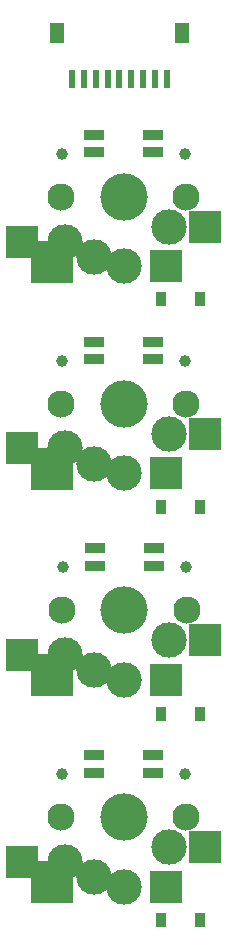
<source format=gbs>
%TF.GenerationSoftware,KiCad,Pcbnew,7.0.5-7.0.5~ubuntu22.04.1*%
%TF.CreationDate,2023-06-01T20:12:10-07:00*%
%TF.ProjectId,KeysOnRails,4b657973-4f6e-4526-9169-6c732e6b6963,rev?*%
%TF.SameCoordinates,Original*%
%TF.FileFunction,Soldermask,Bot*%
%TF.FilePolarity,Negative*%
%FSLAX46Y46*%
G04 Gerber Fmt 4.6, Leading zero omitted, Abs format (unit mm)*
G04 Created by KiCad (PCBNEW 7.0.5-7.0.5~ubuntu22.04.1) date 2023-06-01 20:12:10*
%MOMM*%
%LPD*%
G01*
G04 APERTURE LIST*
G04 Aperture macros list*
%AMRoundRect*
0 Rectangle with rounded corners*
0 $1 Rounding radius*
0 $2 $3 $4 $5 $6 $7 $8 $9 X,Y pos of 4 corners*
0 Add a 4 corners polygon primitive as box body*
4,1,4,$2,$3,$4,$5,$6,$7,$8,$9,$2,$3,0*
0 Add four circle primitives for the rounded corners*
1,1,$1+$1,$2,$3*
1,1,$1+$1,$4,$5*
1,1,$1+$1,$6,$7*
1,1,$1+$1,$8,$9*
0 Add four rect primitives between the rounded corners*
20,1,$1+$1,$2,$3,$4,$5,0*
20,1,$1+$1,$4,$5,$6,$7,0*
20,1,$1+$1,$6,$7,$8,$9,0*
20,1,$1+$1,$8,$9,$2,$3,0*%
G04 Aperture macros list end*
%ADD10R,0.600000X1.550000*%
%ADD11R,1.200000X1.800000*%
%ADD12C,2.300000*%
%ADD13C,1.000000*%
%ADD14C,3.000000*%
%ADD15C,4.000000*%
%ADD16R,1.803400X0.812800*%
%ADD17RoundRect,0.063500X-1.300000X-1.300000X1.300000X-1.300000X1.300000X1.300000X-1.300000X1.300000X0*%
%ADD18RoundRect,0.063500X-1.750000X-1.750000X1.750000X-1.750000X1.750000X1.750000X-1.750000X1.750000X0*%
%ADD19R,0.900000X1.200000*%
G04 APERTURE END LIST*
D10*
%TO.C,J1*%
X44080000Y-36755000D03*
D11*
X42780000Y-32880000D03*
X53380000Y-32880000D03*
D10*
X45080000Y-36755000D03*
X46080000Y-36755000D03*
X47080000Y-36755000D03*
X48080000Y-36755000D03*
X49080000Y-36755000D03*
X50080000Y-36755000D03*
X51080000Y-36755000D03*
X52080000Y-36755000D03*
%TD*%
D12*
%TO.C,SW2*%
X43130000Y-64246500D03*
D13*
X43210000Y-60630700D03*
D14*
X43430000Y-68046500D03*
X45890000Y-69326500D03*
D15*
X48430000Y-64246500D03*
D14*
X48430000Y-70146500D03*
X52240000Y-66786500D03*
D13*
X53650000Y-60630700D03*
D12*
X53730000Y-64246500D03*
D16*
X50931900Y-59001400D03*
D17*
X39790000Y-68046500D03*
X51990000Y-70146500D03*
D16*
X45928100Y-59001400D03*
X50931900Y-60500000D03*
X45928100Y-60500000D03*
D18*
X42340000Y-69761500D03*
D17*
X55290000Y-66786500D03*
%TD*%
D12*
%TO.C,SW1*%
X43130000Y-46738000D03*
D13*
X43210000Y-43122200D03*
D14*
X43430000Y-50538000D03*
X45890000Y-51818000D03*
D15*
X48430000Y-46738000D03*
D14*
X48430000Y-52638000D03*
X52240000Y-49278000D03*
D13*
X53650000Y-43122200D03*
D12*
X53730000Y-46738000D03*
D16*
X50931900Y-41492900D03*
D17*
X39790000Y-50538000D03*
X51990000Y-52638000D03*
D16*
X45928100Y-41492900D03*
X50931900Y-42991500D03*
X45928100Y-42991500D03*
D18*
X42340000Y-52253000D03*
D17*
X55290000Y-49278000D03*
%TD*%
D12*
%TO.C,SW3*%
X43198100Y-81745100D03*
D13*
X43278100Y-78129300D03*
D14*
X43498100Y-85545100D03*
X45958100Y-86825100D03*
D15*
X48498100Y-81745100D03*
D14*
X48498100Y-87645100D03*
X52308100Y-84285100D03*
D13*
X53718100Y-78129300D03*
D12*
X53798100Y-81745100D03*
D16*
X51000000Y-76500000D03*
D17*
X39858100Y-85545100D03*
X52058100Y-87645100D03*
D16*
X45996200Y-76500000D03*
X51000000Y-77998600D03*
X45996200Y-77998600D03*
D18*
X42408100Y-87260100D03*
D17*
X55358100Y-84285100D03*
%TD*%
D12*
%TO.C,SW4*%
X43130000Y-99245100D03*
D13*
X43210000Y-95629300D03*
D14*
X43430000Y-103045100D03*
X45890000Y-104325100D03*
D15*
X48430000Y-99245100D03*
D14*
X48430000Y-105145100D03*
X52240000Y-101785100D03*
D13*
X53650000Y-95629300D03*
D12*
X53730000Y-99245100D03*
D16*
X50931900Y-94000000D03*
D17*
X39790000Y-103045100D03*
X51990000Y-105145100D03*
D16*
X45928100Y-94000000D03*
X50931900Y-95498600D03*
X45928100Y-95498600D03*
D18*
X42340000Y-104760100D03*
D17*
X55290000Y-101785100D03*
%TD*%
D19*
%TO.C,D2*%
X54870000Y-73000000D03*
X51570000Y-73000000D03*
%TD*%
%TO.C,D4*%
X54900000Y-108000000D03*
X51600000Y-108000000D03*
%TD*%
%TO.C,D1*%
X54870000Y-55410000D03*
X51570000Y-55410000D03*
%TD*%
%TO.C,D3*%
X54870000Y-90500000D03*
X51570000Y-90500000D03*
%TD*%
M02*

</source>
